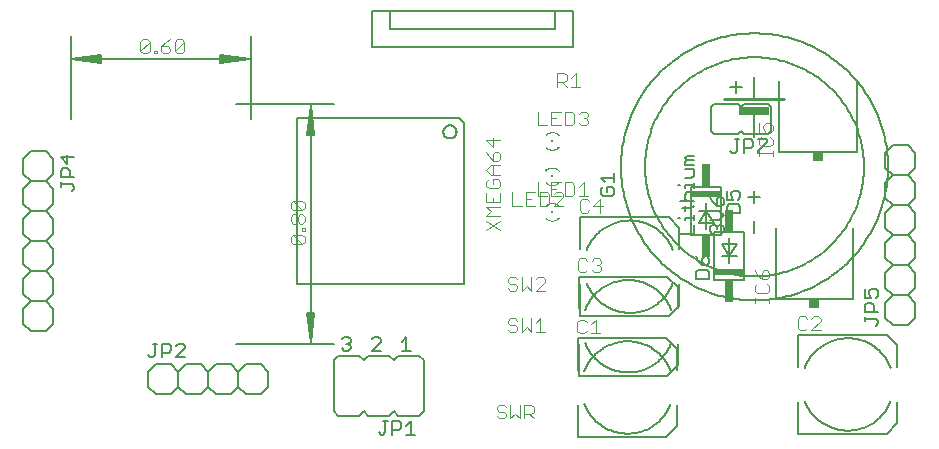
<source format=gtl>
G75*
%MOIN*%
%OFA0B0*%
%FSLAX25Y25*%
%IPPOS*%
%LPD*%
%AMOC8*
5,1,8,0,0,1.08239X$1,22.5*
%
%ADD10C,0.00600*%
%ADD11C,0.00500*%
%ADD12R,0.10000X0.02000*%
%ADD13R,0.03000X0.07500*%
%ADD14C,0.01000*%
%ADD15R,0.10000X0.02500*%
%ADD16C,0.00800*%
%ADD17C,0.00400*%
%ADD18R,0.03400X0.03000*%
%ADD19R,0.00787X0.00787*%
%ADD20R,0.00591X0.00984*%
%ADD21C,0.00512*%
D10*
X0127890Y0039860D02*
X0130390Y0037360D01*
X0135390Y0037360D01*
X0137890Y0039860D01*
X0137890Y0044860D01*
X0135390Y0047360D01*
X0130390Y0047360D01*
X0127890Y0044860D01*
X0127890Y0039860D01*
X0130390Y0047360D02*
X0127890Y0049860D01*
X0127890Y0054860D01*
X0130390Y0057360D01*
X0127890Y0059860D01*
X0127890Y0064860D01*
X0130390Y0067360D01*
X0127890Y0069860D01*
X0127890Y0074860D01*
X0130390Y0077360D01*
X0127890Y0079860D01*
X0127890Y0084860D01*
X0130390Y0087360D01*
X0127890Y0089860D01*
X0127890Y0094860D01*
X0130390Y0097360D01*
X0135390Y0097360D01*
X0137890Y0094860D01*
X0137890Y0089860D01*
X0135390Y0087360D01*
X0137890Y0084860D01*
X0137890Y0079860D01*
X0135390Y0077360D01*
X0130390Y0077360D01*
X0135390Y0077360D02*
X0137890Y0074860D01*
X0137890Y0069860D01*
X0135390Y0067360D01*
X0137890Y0064860D01*
X0137890Y0059860D01*
X0135390Y0057360D01*
X0137890Y0054860D01*
X0137890Y0049860D01*
X0135390Y0047360D01*
X0135390Y0057360D02*
X0130390Y0057360D01*
X0130390Y0067360D02*
X0135390Y0067360D01*
X0135390Y0087360D02*
X0130390Y0087360D01*
X0219272Y0108423D02*
X0272972Y0108423D01*
X0274673Y0106722D01*
X0274673Y0053021D01*
X0219272Y0053021D01*
X0219272Y0108423D01*
X0267922Y0103872D02*
X0267924Y0103965D01*
X0267930Y0104059D01*
X0267940Y0104151D01*
X0267954Y0104244D01*
X0267971Y0104335D01*
X0267993Y0104426D01*
X0268018Y0104516D01*
X0268048Y0104605D01*
X0268081Y0104692D01*
X0268117Y0104778D01*
X0268158Y0104862D01*
X0268201Y0104945D01*
X0268249Y0105025D01*
X0268299Y0105104D01*
X0268353Y0105180D01*
X0268410Y0105254D01*
X0268471Y0105325D01*
X0268534Y0105394D01*
X0268600Y0105460D01*
X0268669Y0105523D01*
X0268740Y0105584D01*
X0268814Y0105641D01*
X0268890Y0105695D01*
X0268969Y0105745D01*
X0269049Y0105793D01*
X0269132Y0105836D01*
X0269216Y0105877D01*
X0269302Y0105913D01*
X0269389Y0105946D01*
X0269478Y0105976D01*
X0269568Y0106001D01*
X0269659Y0106023D01*
X0269750Y0106040D01*
X0269843Y0106054D01*
X0269935Y0106064D01*
X0270029Y0106070D01*
X0270122Y0106072D01*
X0270215Y0106070D01*
X0270309Y0106064D01*
X0270401Y0106054D01*
X0270494Y0106040D01*
X0270585Y0106023D01*
X0270676Y0106001D01*
X0270766Y0105976D01*
X0270855Y0105946D01*
X0270942Y0105913D01*
X0271028Y0105877D01*
X0271112Y0105836D01*
X0271195Y0105793D01*
X0271275Y0105745D01*
X0271354Y0105695D01*
X0271430Y0105641D01*
X0271504Y0105584D01*
X0271575Y0105523D01*
X0271644Y0105460D01*
X0271710Y0105394D01*
X0271773Y0105325D01*
X0271834Y0105254D01*
X0271891Y0105180D01*
X0271945Y0105104D01*
X0271995Y0105025D01*
X0272043Y0104945D01*
X0272086Y0104862D01*
X0272127Y0104778D01*
X0272163Y0104692D01*
X0272196Y0104605D01*
X0272226Y0104516D01*
X0272251Y0104426D01*
X0272273Y0104335D01*
X0272290Y0104244D01*
X0272304Y0104151D01*
X0272314Y0104059D01*
X0272320Y0103965D01*
X0272322Y0103872D01*
X0272320Y0103779D01*
X0272314Y0103685D01*
X0272304Y0103593D01*
X0272290Y0103500D01*
X0272273Y0103409D01*
X0272251Y0103318D01*
X0272226Y0103228D01*
X0272196Y0103139D01*
X0272163Y0103052D01*
X0272127Y0102966D01*
X0272086Y0102882D01*
X0272043Y0102799D01*
X0271995Y0102719D01*
X0271945Y0102640D01*
X0271891Y0102564D01*
X0271834Y0102490D01*
X0271773Y0102419D01*
X0271710Y0102350D01*
X0271644Y0102284D01*
X0271575Y0102221D01*
X0271504Y0102160D01*
X0271430Y0102103D01*
X0271354Y0102049D01*
X0271275Y0101999D01*
X0271195Y0101951D01*
X0271112Y0101908D01*
X0271028Y0101867D01*
X0270942Y0101831D01*
X0270855Y0101798D01*
X0270766Y0101768D01*
X0270676Y0101743D01*
X0270585Y0101721D01*
X0270494Y0101704D01*
X0270401Y0101690D01*
X0270309Y0101680D01*
X0270215Y0101674D01*
X0270122Y0101672D01*
X0270029Y0101674D01*
X0269935Y0101680D01*
X0269843Y0101690D01*
X0269750Y0101704D01*
X0269659Y0101721D01*
X0269568Y0101743D01*
X0269478Y0101768D01*
X0269389Y0101798D01*
X0269302Y0101831D01*
X0269216Y0101867D01*
X0269132Y0101908D01*
X0269049Y0101951D01*
X0268969Y0101999D01*
X0268890Y0102049D01*
X0268814Y0102103D01*
X0268740Y0102160D01*
X0268669Y0102221D01*
X0268600Y0102284D01*
X0268534Y0102350D01*
X0268471Y0102419D01*
X0268410Y0102490D01*
X0268353Y0102564D01*
X0268299Y0102640D01*
X0268249Y0102719D01*
X0268201Y0102799D01*
X0268158Y0102882D01*
X0268117Y0102966D01*
X0268081Y0103052D01*
X0268048Y0103139D01*
X0268018Y0103228D01*
X0267993Y0103318D01*
X0267971Y0103409D01*
X0267954Y0103500D01*
X0267940Y0103593D01*
X0267930Y0103685D01*
X0267924Y0103779D01*
X0267922Y0103872D01*
X0350579Y0085619D02*
X0360579Y0085619D01*
X0360579Y0069619D01*
X0350579Y0069619D01*
X0350579Y0085619D01*
X0355579Y0080119D02*
X0355579Y0077619D01*
X0353079Y0077619D01*
X0355579Y0077619D02*
X0358079Y0077619D01*
X0355579Y0077619D02*
X0358079Y0073619D01*
X0353079Y0073619D01*
X0355579Y0077619D01*
X0355579Y0071619D01*
X0358272Y0070509D02*
X0358272Y0054509D01*
X0368272Y0054509D01*
X0368272Y0070509D01*
X0358272Y0070509D01*
X0363272Y0068509D02*
X0363272Y0062509D01*
X0365772Y0062509D01*
X0363272Y0062509D02*
X0363272Y0060009D01*
X0363272Y0062509D02*
X0360772Y0062509D01*
X0363272Y0062509D02*
X0360772Y0066509D01*
X0365772Y0066509D01*
X0363272Y0062509D01*
X0371630Y0070202D02*
X0371630Y0074202D01*
X0371630Y0080202D02*
X0371630Y0084202D01*
X0373630Y0082202D02*
X0369630Y0082202D01*
X0335130Y0092202D02*
X0335141Y0093098D01*
X0335174Y0093993D01*
X0335229Y0094887D01*
X0335306Y0095780D01*
X0335404Y0096670D01*
X0335525Y0097558D01*
X0335667Y0098442D01*
X0335831Y0099323D01*
X0336017Y0100199D01*
X0336224Y0101071D01*
X0336452Y0101937D01*
X0336702Y0102797D01*
X0336972Y0103651D01*
X0337264Y0104498D01*
X0337576Y0105338D01*
X0337908Y0106170D01*
X0338261Y0106993D01*
X0338634Y0107808D01*
X0339027Y0108613D01*
X0339440Y0109408D01*
X0339872Y0110193D01*
X0340323Y0110967D01*
X0340793Y0111729D01*
X0341281Y0112480D01*
X0341788Y0113219D01*
X0342313Y0113945D01*
X0342855Y0114658D01*
X0343415Y0115357D01*
X0343992Y0116043D01*
X0344585Y0116714D01*
X0345195Y0117370D01*
X0345821Y0118011D01*
X0346462Y0118637D01*
X0347118Y0119247D01*
X0347789Y0119840D01*
X0348475Y0120417D01*
X0349174Y0120977D01*
X0349887Y0121519D01*
X0350613Y0122044D01*
X0351352Y0122551D01*
X0352103Y0123039D01*
X0352865Y0123509D01*
X0353639Y0123960D01*
X0354424Y0124392D01*
X0355219Y0124805D01*
X0356024Y0125198D01*
X0356839Y0125571D01*
X0357662Y0125924D01*
X0358494Y0126256D01*
X0359334Y0126568D01*
X0360181Y0126860D01*
X0361035Y0127130D01*
X0361895Y0127380D01*
X0362761Y0127608D01*
X0363633Y0127815D01*
X0364509Y0128001D01*
X0365390Y0128165D01*
X0366274Y0128307D01*
X0367162Y0128428D01*
X0368052Y0128526D01*
X0368945Y0128603D01*
X0369839Y0128658D01*
X0370734Y0128691D01*
X0371630Y0128702D01*
X0372526Y0128691D01*
X0373421Y0128658D01*
X0374315Y0128603D01*
X0375208Y0128526D01*
X0376098Y0128428D01*
X0376986Y0128307D01*
X0377870Y0128165D01*
X0378751Y0128001D01*
X0379627Y0127815D01*
X0380499Y0127608D01*
X0381365Y0127380D01*
X0382225Y0127130D01*
X0383079Y0126860D01*
X0383926Y0126568D01*
X0384766Y0126256D01*
X0385598Y0125924D01*
X0386421Y0125571D01*
X0387236Y0125198D01*
X0388041Y0124805D01*
X0388836Y0124392D01*
X0389621Y0123960D01*
X0390395Y0123509D01*
X0391157Y0123039D01*
X0391908Y0122551D01*
X0392647Y0122044D01*
X0393373Y0121519D01*
X0394086Y0120977D01*
X0394785Y0120417D01*
X0395471Y0119840D01*
X0396142Y0119247D01*
X0396798Y0118637D01*
X0397439Y0118011D01*
X0398065Y0117370D01*
X0398675Y0116714D01*
X0399268Y0116043D01*
X0399845Y0115357D01*
X0400405Y0114658D01*
X0400947Y0113945D01*
X0401472Y0113219D01*
X0401979Y0112480D01*
X0402467Y0111729D01*
X0402937Y0110967D01*
X0403388Y0110193D01*
X0403820Y0109408D01*
X0404233Y0108613D01*
X0404626Y0107808D01*
X0404999Y0106993D01*
X0405352Y0106170D01*
X0405684Y0105338D01*
X0405996Y0104498D01*
X0406288Y0103651D01*
X0406558Y0102797D01*
X0406808Y0101937D01*
X0407036Y0101071D01*
X0407243Y0100199D01*
X0407429Y0099323D01*
X0407593Y0098442D01*
X0407735Y0097558D01*
X0407856Y0096670D01*
X0407954Y0095780D01*
X0408031Y0094887D01*
X0408086Y0093993D01*
X0408119Y0093098D01*
X0408130Y0092202D01*
X0408119Y0091306D01*
X0408086Y0090411D01*
X0408031Y0089517D01*
X0407954Y0088624D01*
X0407856Y0087734D01*
X0407735Y0086846D01*
X0407593Y0085962D01*
X0407429Y0085081D01*
X0407243Y0084205D01*
X0407036Y0083333D01*
X0406808Y0082467D01*
X0406558Y0081607D01*
X0406288Y0080753D01*
X0405996Y0079906D01*
X0405684Y0079066D01*
X0405352Y0078234D01*
X0404999Y0077411D01*
X0404626Y0076596D01*
X0404233Y0075791D01*
X0403820Y0074996D01*
X0403388Y0074211D01*
X0402937Y0073437D01*
X0402467Y0072675D01*
X0401979Y0071924D01*
X0401472Y0071185D01*
X0400947Y0070459D01*
X0400405Y0069746D01*
X0399845Y0069047D01*
X0399268Y0068361D01*
X0398675Y0067690D01*
X0398065Y0067034D01*
X0397439Y0066393D01*
X0396798Y0065767D01*
X0396142Y0065157D01*
X0395471Y0064564D01*
X0394785Y0063987D01*
X0394086Y0063427D01*
X0393373Y0062885D01*
X0392647Y0062360D01*
X0391908Y0061853D01*
X0391157Y0061365D01*
X0390395Y0060895D01*
X0389621Y0060444D01*
X0388836Y0060012D01*
X0388041Y0059599D01*
X0387236Y0059206D01*
X0386421Y0058833D01*
X0385598Y0058480D01*
X0384766Y0058148D01*
X0383926Y0057836D01*
X0383079Y0057544D01*
X0382225Y0057274D01*
X0381365Y0057024D01*
X0380499Y0056796D01*
X0379627Y0056589D01*
X0378751Y0056403D01*
X0377870Y0056239D01*
X0376986Y0056097D01*
X0376098Y0055976D01*
X0375208Y0055878D01*
X0374315Y0055801D01*
X0373421Y0055746D01*
X0372526Y0055713D01*
X0371630Y0055702D01*
X0370734Y0055713D01*
X0369839Y0055746D01*
X0368945Y0055801D01*
X0368052Y0055878D01*
X0367162Y0055976D01*
X0366274Y0056097D01*
X0365390Y0056239D01*
X0364509Y0056403D01*
X0363633Y0056589D01*
X0362761Y0056796D01*
X0361895Y0057024D01*
X0361035Y0057274D01*
X0360181Y0057544D01*
X0359334Y0057836D01*
X0358494Y0058148D01*
X0357662Y0058480D01*
X0356839Y0058833D01*
X0356024Y0059206D01*
X0355219Y0059599D01*
X0354424Y0060012D01*
X0353639Y0060444D01*
X0352865Y0060895D01*
X0352103Y0061365D01*
X0351352Y0061853D01*
X0350613Y0062360D01*
X0349887Y0062885D01*
X0349174Y0063427D01*
X0348475Y0063987D01*
X0347789Y0064564D01*
X0347118Y0065157D01*
X0346462Y0065767D01*
X0345821Y0066393D01*
X0345195Y0067034D01*
X0344585Y0067690D01*
X0343992Y0068361D01*
X0343415Y0069047D01*
X0342855Y0069746D01*
X0342313Y0070459D01*
X0341788Y0071185D01*
X0341281Y0071924D01*
X0340793Y0072675D01*
X0340323Y0073437D01*
X0339872Y0074211D01*
X0339440Y0074996D01*
X0339027Y0075791D01*
X0338634Y0076596D01*
X0338261Y0077411D01*
X0337908Y0078234D01*
X0337576Y0079066D01*
X0337264Y0079906D01*
X0336972Y0080753D01*
X0336702Y0081607D01*
X0336452Y0082467D01*
X0336224Y0083333D01*
X0336017Y0084205D01*
X0335831Y0085081D01*
X0335667Y0085962D01*
X0335525Y0086846D01*
X0335404Y0087734D01*
X0335306Y0088624D01*
X0335229Y0089517D01*
X0335174Y0090411D01*
X0335141Y0091306D01*
X0335130Y0092202D01*
X0357047Y0104135D02*
X0358047Y0103135D01*
X0366047Y0103135D01*
X0367047Y0104135D01*
X0368047Y0103135D01*
X0376047Y0103135D01*
X0377047Y0104135D01*
X0377047Y0112135D01*
X0376047Y0113135D01*
X0368047Y0113135D01*
X0367047Y0112135D01*
X0366047Y0113135D01*
X0358047Y0113135D01*
X0357047Y0112135D01*
X0357047Y0104135D01*
X0371630Y0102202D02*
X0371630Y0109702D01*
X0371630Y0114702D02*
X0371630Y0122202D01*
X0365630Y0120702D02*
X0365630Y0116702D01*
X0363630Y0118702D02*
X0367630Y0118702D01*
X0415291Y0096828D02*
X0417791Y0099328D01*
X0422791Y0099328D01*
X0425291Y0096828D01*
X0425291Y0091828D01*
X0422791Y0089328D01*
X0425291Y0086828D01*
X0425291Y0081828D01*
X0422791Y0079328D01*
X0425291Y0076828D01*
X0425291Y0071828D01*
X0422791Y0069328D01*
X0425291Y0066828D01*
X0425291Y0061828D01*
X0422791Y0059328D01*
X0425291Y0056828D01*
X0425291Y0051828D01*
X0422791Y0049328D01*
X0425291Y0046828D01*
X0425291Y0041828D01*
X0422791Y0039328D01*
X0417791Y0039328D01*
X0415291Y0041828D01*
X0415291Y0046828D01*
X0417791Y0049328D01*
X0415291Y0051828D01*
X0415291Y0056828D01*
X0417791Y0059328D01*
X0422791Y0059328D01*
X0417791Y0059328D02*
X0415291Y0061828D01*
X0415291Y0066828D01*
X0417791Y0069328D01*
X0415291Y0071828D01*
X0415291Y0076828D01*
X0417791Y0079328D01*
X0415291Y0081828D01*
X0415291Y0086828D01*
X0417791Y0089328D01*
X0415291Y0091828D01*
X0415291Y0096828D01*
X0417791Y0089328D02*
X0422791Y0089328D01*
X0422791Y0079328D02*
X0417791Y0079328D01*
X0417791Y0069328D02*
X0422791Y0069328D01*
X0422791Y0049328D02*
X0417791Y0049328D01*
X0327130Y0092202D02*
X0327143Y0093294D01*
X0327184Y0094386D01*
X0327251Y0095476D01*
X0327344Y0096564D01*
X0327465Y0097649D01*
X0327612Y0098732D01*
X0327785Y0099810D01*
X0327985Y0100884D01*
X0328211Y0101952D01*
X0328464Y0103015D01*
X0328742Y0104071D01*
X0329046Y0105120D01*
X0329376Y0106161D01*
X0329731Y0107194D01*
X0330112Y0108217D01*
X0330517Y0109231D01*
X0330948Y0110235D01*
X0331402Y0111228D01*
X0331882Y0112210D01*
X0332385Y0113179D01*
X0332911Y0114136D01*
X0333461Y0115080D01*
X0334034Y0116009D01*
X0334630Y0116925D01*
X0335247Y0117825D01*
X0335887Y0118711D01*
X0336549Y0119580D01*
X0337231Y0120433D01*
X0337934Y0121268D01*
X0338658Y0122086D01*
X0339401Y0122887D01*
X0340164Y0123668D01*
X0340945Y0124431D01*
X0341746Y0125174D01*
X0342564Y0125898D01*
X0343399Y0126601D01*
X0344252Y0127283D01*
X0345121Y0127945D01*
X0346007Y0128585D01*
X0346907Y0129202D01*
X0347823Y0129798D01*
X0348752Y0130371D01*
X0349696Y0130921D01*
X0350653Y0131447D01*
X0351622Y0131950D01*
X0352604Y0132430D01*
X0353597Y0132884D01*
X0354601Y0133315D01*
X0355615Y0133720D01*
X0356638Y0134101D01*
X0357671Y0134456D01*
X0358712Y0134786D01*
X0359761Y0135090D01*
X0360817Y0135368D01*
X0361880Y0135621D01*
X0362948Y0135847D01*
X0364022Y0136047D01*
X0365100Y0136220D01*
X0366183Y0136367D01*
X0367268Y0136488D01*
X0368356Y0136581D01*
X0369446Y0136648D01*
X0370538Y0136689D01*
X0371630Y0136702D01*
X0372722Y0136689D01*
X0373814Y0136648D01*
X0374904Y0136581D01*
X0375992Y0136488D01*
X0377077Y0136367D01*
X0378160Y0136220D01*
X0379238Y0136047D01*
X0380312Y0135847D01*
X0381380Y0135621D01*
X0382443Y0135368D01*
X0383499Y0135090D01*
X0384548Y0134786D01*
X0385589Y0134456D01*
X0386622Y0134101D01*
X0387645Y0133720D01*
X0388659Y0133315D01*
X0389663Y0132884D01*
X0390656Y0132430D01*
X0391638Y0131950D01*
X0392607Y0131447D01*
X0393564Y0130921D01*
X0394508Y0130371D01*
X0395437Y0129798D01*
X0396353Y0129202D01*
X0397253Y0128585D01*
X0398139Y0127945D01*
X0399008Y0127283D01*
X0399861Y0126601D01*
X0400696Y0125898D01*
X0401514Y0125174D01*
X0402315Y0124431D01*
X0403096Y0123668D01*
X0403859Y0122887D01*
X0404602Y0122086D01*
X0405326Y0121268D01*
X0406029Y0120433D01*
X0406711Y0119580D01*
X0407373Y0118711D01*
X0408013Y0117825D01*
X0408630Y0116925D01*
X0409226Y0116009D01*
X0409799Y0115080D01*
X0410349Y0114136D01*
X0410875Y0113179D01*
X0411378Y0112210D01*
X0411858Y0111228D01*
X0412312Y0110235D01*
X0412743Y0109231D01*
X0413148Y0108217D01*
X0413529Y0107194D01*
X0413884Y0106161D01*
X0414214Y0105120D01*
X0414518Y0104071D01*
X0414796Y0103015D01*
X0415049Y0101952D01*
X0415275Y0100884D01*
X0415475Y0099810D01*
X0415648Y0098732D01*
X0415795Y0097649D01*
X0415916Y0096564D01*
X0416009Y0095476D01*
X0416076Y0094386D01*
X0416117Y0093294D01*
X0416130Y0092202D01*
X0416117Y0091110D01*
X0416076Y0090018D01*
X0416009Y0088928D01*
X0415916Y0087840D01*
X0415795Y0086755D01*
X0415648Y0085672D01*
X0415475Y0084594D01*
X0415275Y0083520D01*
X0415049Y0082452D01*
X0414796Y0081389D01*
X0414518Y0080333D01*
X0414214Y0079284D01*
X0413884Y0078243D01*
X0413529Y0077210D01*
X0413148Y0076187D01*
X0412743Y0075173D01*
X0412312Y0074169D01*
X0411858Y0073176D01*
X0411378Y0072194D01*
X0410875Y0071225D01*
X0410349Y0070268D01*
X0409799Y0069324D01*
X0409226Y0068395D01*
X0408630Y0067479D01*
X0408013Y0066579D01*
X0407373Y0065693D01*
X0406711Y0064824D01*
X0406029Y0063971D01*
X0405326Y0063136D01*
X0404602Y0062318D01*
X0403859Y0061517D01*
X0403096Y0060736D01*
X0402315Y0059973D01*
X0401514Y0059230D01*
X0400696Y0058506D01*
X0399861Y0057803D01*
X0399008Y0057121D01*
X0398139Y0056459D01*
X0397253Y0055819D01*
X0396353Y0055202D01*
X0395437Y0054606D01*
X0394508Y0054033D01*
X0393564Y0053483D01*
X0392607Y0052957D01*
X0391638Y0052454D01*
X0390656Y0051974D01*
X0389663Y0051520D01*
X0388659Y0051089D01*
X0387645Y0050684D01*
X0386622Y0050303D01*
X0385589Y0049948D01*
X0384548Y0049618D01*
X0383499Y0049314D01*
X0382443Y0049036D01*
X0381380Y0048783D01*
X0380312Y0048557D01*
X0379238Y0048357D01*
X0378160Y0048184D01*
X0377077Y0048037D01*
X0375992Y0047916D01*
X0374904Y0047823D01*
X0373814Y0047756D01*
X0372722Y0047715D01*
X0371630Y0047702D01*
X0370538Y0047715D01*
X0369446Y0047756D01*
X0368356Y0047823D01*
X0367268Y0047916D01*
X0366183Y0048037D01*
X0365100Y0048184D01*
X0364022Y0048357D01*
X0362948Y0048557D01*
X0361880Y0048783D01*
X0360817Y0049036D01*
X0359761Y0049314D01*
X0358712Y0049618D01*
X0357671Y0049948D01*
X0356638Y0050303D01*
X0355615Y0050684D01*
X0354601Y0051089D01*
X0353597Y0051520D01*
X0352604Y0051974D01*
X0351622Y0052454D01*
X0350653Y0052957D01*
X0349696Y0053483D01*
X0348752Y0054033D01*
X0347823Y0054606D01*
X0346907Y0055202D01*
X0346007Y0055819D01*
X0345121Y0056459D01*
X0344252Y0057121D01*
X0343399Y0057803D01*
X0342564Y0058506D01*
X0341746Y0059230D01*
X0340945Y0059973D01*
X0340164Y0060736D01*
X0339401Y0061517D01*
X0338658Y0062318D01*
X0337934Y0063136D01*
X0337231Y0063971D01*
X0336549Y0064824D01*
X0335887Y0065693D01*
X0335247Y0066579D01*
X0334630Y0067479D01*
X0334034Y0068395D01*
X0333461Y0069324D01*
X0332911Y0070268D01*
X0332385Y0071225D01*
X0331882Y0072194D01*
X0331402Y0073176D01*
X0330948Y0074169D01*
X0330517Y0075173D01*
X0330112Y0076187D01*
X0329731Y0077210D01*
X0329376Y0078243D01*
X0329046Y0079284D01*
X0328742Y0080333D01*
X0328464Y0081389D01*
X0328211Y0082452D01*
X0327985Y0083520D01*
X0327785Y0084594D01*
X0327612Y0085672D01*
X0327465Y0086755D01*
X0327344Y0087840D01*
X0327251Y0088928D01*
X0327184Y0090018D01*
X0327143Y0091110D01*
X0327130Y0092202D01*
X0261394Y0027667D02*
X0259894Y0029167D01*
X0252894Y0029167D01*
X0251394Y0027667D01*
X0249894Y0029167D01*
X0242894Y0029167D01*
X0241394Y0027667D01*
X0239894Y0029167D01*
X0232894Y0029167D01*
X0231394Y0027667D01*
X0231394Y0010667D01*
X0232894Y0009167D01*
X0239894Y0009167D01*
X0241394Y0010667D01*
X0242894Y0009167D01*
X0249894Y0009167D01*
X0251394Y0010667D01*
X0252894Y0009167D01*
X0259894Y0009167D01*
X0261394Y0010667D01*
X0261394Y0027667D01*
X0209583Y0023836D02*
X0209583Y0018836D01*
X0207083Y0016336D01*
X0202083Y0016336D01*
X0199583Y0018836D01*
X0197083Y0016336D01*
X0192083Y0016336D01*
X0189583Y0018836D01*
X0187083Y0016336D01*
X0182083Y0016336D01*
X0179583Y0018836D01*
X0177083Y0016336D01*
X0172083Y0016336D01*
X0169583Y0018836D01*
X0169583Y0023836D01*
X0172083Y0026336D01*
X0177083Y0026336D01*
X0179583Y0023836D01*
X0182083Y0026336D01*
X0187083Y0026336D01*
X0189583Y0023836D01*
X0189583Y0018836D01*
X0199583Y0018836D02*
X0199583Y0023836D01*
X0202083Y0026336D01*
X0207083Y0026336D01*
X0209583Y0023836D01*
X0199583Y0023836D02*
X0197083Y0026336D01*
X0192083Y0026336D01*
X0189583Y0023836D01*
X0179583Y0023836D02*
X0179583Y0018836D01*
D11*
X0178741Y0028786D02*
X0181743Y0031789D01*
X0181743Y0032539D01*
X0180992Y0033290D01*
X0179491Y0033290D01*
X0178741Y0032539D01*
X0177139Y0032539D02*
X0177139Y0031038D01*
X0176389Y0030287D01*
X0174137Y0030287D01*
X0174137Y0028786D02*
X0174137Y0033290D01*
X0176389Y0033290D01*
X0177139Y0032539D01*
X0172535Y0033290D02*
X0171034Y0033290D01*
X0171785Y0033290D02*
X0171785Y0029537D01*
X0171034Y0028786D01*
X0170283Y0028786D01*
X0169533Y0029537D01*
X0178741Y0028786D02*
X0181743Y0028786D01*
X0234040Y0031667D02*
X0234790Y0030917D01*
X0236292Y0030917D01*
X0237042Y0031667D01*
X0237042Y0032418D01*
X0236292Y0033169D01*
X0235541Y0033169D01*
X0236292Y0033169D02*
X0237042Y0033919D01*
X0237042Y0034670D01*
X0236292Y0035420D01*
X0234790Y0035420D01*
X0234040Y0034670D01*
X0244040Y0034670D02*
X0244790Y0035420D01*
X0246292Y0035420D01*
X0247042Y0034670D01*
X0247042Y0033919D01*
X0244040Y0030917D01*
X0247042Y0030917D01*
X0254040Y0030917D02*
X0257042Y0030917D01*
X0255541Y0030917D02*
X0255541Y0035420D01*
X0254040Y0033919D01*
X0253188Y0007420D02*
X0253938Y0006670D01*
X0253938Y0005169D01*
X0253188Y0004418D01*
X0250936Y0004418D01*
X0250936Y0002917D02*
X0250936Y0007420D01*
X0253188Y0007420D01*
X0255540Y0005919D02*
X0257041Y0007420D01*
X0257041Y0002917D01*
X0255540Y0002917D02*
X0258542Y0002917D01*
X0248584Y0003667D02*
X0247833Y0002917D01*
X0247083Y0002917D01*
X0246332Y0003667D01*
X0248584Y0003667D02*
X0248584Y0007420D01*
X0249334Y0007420D02*
X0247833Y0007420D01*
X0352018Y0054759D02*
X0352018Y0057011D01*
X0352768Y0057762D01*
X0355771Y0057762D01*
X0356522Y0057011D01*
X0356522Y0054759D01*
X0352018Y0054759D01*
X0354270Y0059363D02*
X0352768Y0060864D01*
X0352018Y0062366D01*
X0354270Y0061615D02*
X0354270Y0059363D01*
X0355771Y0059363D01*
X0356522Y0060114D01*
X0356522Y0061615D01*
X0355771Y0062366D01*
X0355020Y0062366D01*
X0354270Y0061615D01*
X0351380Y0069952D02*
X0346876Y0069952D01*
X0351380Y0069952D02*
X0351380Y0072955D01*
X0351380Y0074556D02*
X0351380Y0076057D01*
X0351380Y0075307D02*
X0348377Y0075307D01*
X0348377Y0074556D01*
X0346876Y0075307D02*
X0346125Y0075307D01*
X0348377Y0077625D02*
X0348377Y0079127D01*
X0347627Y0078376D02*
X0350629Y0078376D01*
X0351380Y0079127D01*
X0351380Y0080695D02*
X0346876Y0080695D01*
X0348377Y0081445D02*
X0348377Y0082946D01*
X0349128Y0083697D01*
X0351380Y0083697D01*
X0351380Y0085298D02*
X0351380Y0086800D01*
X0351380Y0086049D02*
X0348377Y0086049D01*
X0348377Y0085298D01*
X0346876Y0086049D02*
X0346125Y0086049D01*
X0348377Y0088368D02*
X0350629Y0088368D01*
X0351380Y0089118D01*
X0351380Y0091370D01*
X0348377Y0091370D01*
X0348377Y0092972D02*
X0348377Y0093722D01*
X0349128Y0094473D01*
X0348377Y0095224D01*
X0349128Y0095974D01*
X0351380Y0095974D01*
X0351380Y0094473D02*
X0349128Y0094473D01*
X0348377Y0092972D02*
X0351380Y0092972D01*
X0363485Y0097636D02*
X0364236Y0096885D01*
X0364987Y0096885D01*
X0365737Y0097636D01*
X0365737Y0101389D01*
X0364987Y0101389D02*
X0366488Y0101389D01*
X0368089Y0101389D02*
X0370341Y0101389D01*
X0371092Y0100638D01*
X0371092Y0099137D01*
X0370341Y0098386D01*
X0368089Y0098386D01*
X0368089Y0096885D02*
X0368089Y0101389D01*
X0372693Y0101389D02*
X0375696Y0101389D01*
X0375696Y0100638D01*
X0372693Y0097636D01*
X0372693Y0096885D01*
X0366078Y0084268D02*
X0364577Y0084268D01*
X0363826Y0083517D01*
X0363826Y0082767D01*
X0364577Y0081265D01*
X0362325Y0081265D01*
X0362325Y0084268D01*
X0366078Y0084268D02*
X0366829Y0083517D01*
X0366829Y0082016D01*
X0366078Y0081265D01*
X0366078Y0079664D02*
X0363076Y0079664D01*
X0362325Y0078913D01*
X0362325Y0076662D01*
X0366829Y0076662D01*
X0366829Y0078913D01*
X0366078Y0079664D01*
X0361380Y0079911D02*
X0361380Y0081412D01*
X0360629Y0082163D01*
X0359879Y0082163D01*
X0359128Y0081412D01*
X0359128Y0079160D01*
X0360629Y0079160D01*
X0361380Y0079911D01*
X0359128Y0079160D02*
X0357627Y0080661D01*
X0356876Y0082163D01*
X0349128Y0080695D02*
X0348377Y0081445D01*
X0356876Y0077559D02*
X0359879Y0077559D01*
X0361380Y0076057D01*
X0359879Y0074556D01*
X0356876Y0074556D01*
X0357627Y0072955D02*
X0358377Y0072955D01*
X0359128Y0072204D01*
X0359879Y0072955D01*
X0360629Y0072955D01*
X0361380Y0072204D01*
X0361380Y0070703D01*
X0360629Y0069952D01*
X0359128Y0071453D02*
X0359128Y0072204D01*
X0357627Y0072955D02*
X0356876Y0072204D01*
X0356876Y0070703D01*
X0357627Y0069952D01*
X0324880Y0083203D02*
X0324880Y0084704D01*
X0324129Y0085455D01*
X0322628Y0085455D01*
X0322628Y0083953D01*
X0324129Y0082452D02*
X0324880Y0083203D01*
X0324129Y0082452D02*
X0321127Y0082452D01*
X0320376Y0083203D01*
X0320376Y0084704D01*
X0321127Y0085455D01*
X0321877Y0087056D02*
X0320376Y0088557D01*
X0324880Y0088557D01*
X0324880Y0087056D02*
X0324880Y0090059D01*
X0408337Y0051488D02*
X0408337Y0048486D01*
X0410589Y0048486D01*
X0409839Y0049987D01*
X0409839Y0050738D01*
X0410589Y0051488D01*
X0412091Y0051488D01*
X0412841Y0050738D01*
X0412841Y0049237D01*
X0412091Y0048486D01*
X0410589Y0046885D02*
X0409088Y0046885D01*
X0408337Y0046134D01*
X0408337Y0043882D01*
X0412841Y0043882D01*
X0411340Y0043882D02*
X0411340Y0046134D01*
X0410589Y0046885D01*
X0408337Y0042281D02*
X0408337Y0040779D01*
X0408337Y0041530D02*
X0412091Y0041530D01*
X0412841Y0040779D01*
X0412841Y0040029D01*
X0412091Y0039278D01*
X0144840Y0084848D02*
X0144840Y0085599D01*
X0144089Y0086350D01*
X0140336Y0086350D01*
X0140336Y0087100D02*
X0140336Y0085599D01*
X0144089Y0084098D02*
X0144840Y0084848D01*
X0144840Y0088702D02*
X0140336Y0088702D01*
X0140336Y0090954D01*
X0141087Y0091704D01*
X0142588Y0091704D01*
X0143338Y0090954D01*
X0143338Y0088702D01*
X0142588Y0093306D02*
X0142588Y0096308D01*
X0144840Y0095558D02*
X0140336Y0095558D01*
X0142588Y0093306D01*
X0244189Y0132320D02*
X0244189Y0144131D01*
X0250094Y0144131D01*
X0250094Y0138226D01*
X0305213Y0138226D01*
X0305213Y0144131D01*
X0250094Y0144131D01*
X0244189Y0132320D02*
X0311118Y0132320D01*
X0311118Y0144131D01*
X0305213Y0144131D01*
D12*
X0355579Y0083119D03*
X0363272Y0057009D03*
D13*
X0363272Y0050759D03*
X0355579Y0065869D03*
X0363272Y0074259D03*
X0355579Y0089369D03*
D14*
X0361630Y0114702D02*
X0371630Y0114702D01*
X0381630Y0114702D01*
D15*
X0371630Y0110952D03*
D16*
X0379962Y0120838D02*
X0379961Y0097238D01*
X0405764Y0097238D01*
X0405762Y0120838D01*
X0346591Y0071927D02*
X0343047Y0075470D01*
X0313520Y0075470D01*
X0313520Y0064840D01*
X0315685Y0064446D02*
X0315823Y0064794D01*
X0315970Y0065138D01*
X0316125Y0065479D01*
X0316288Y0065816D01*
X0316460Y0066149D01*
X0316640Y0066478D01*
X0316827Y0066802D01*
X0317022Y0067122D01*
X0317226Y0067436D01*
X0317436Y0067746D01*
X0317654Y0068050D01*
X0317880Y0068349D01*
X0318113Y0068643D01*
X0318352Y0068931D01*
X0318599Y0069212D01*
X0318853Y0069488D01*
X0319113Y0069757D01*
X0319379Y0070021D01*
X0319652Y0070277D01*
X0319931Y0070527D01*
X0320216Y0070770D01*
X0320507Y0071006D01*
X0320804Y0071234D01*
X0321106Y0071456D01*
X0321413Y0071670D01*
X0321726Y0071876D01*
X0322043Y0072075D01*
X0322365Y0072266D01*
X0322692Y0072449D01*
X0323023Y0072625D01*
X0323358Y0072792D01*
X0323697Y0072950D01*
X0324040Y0073101D01*
X0324387Y0073243D01*
X0324736Y0073377D01*
X0325089Y0073502D01*
X0325445Y0073618D01*
X0325804Y0073726D01*
X0326165Y0073825D01*
X0326529Y0073916D01*
X0326894Y0073997D01*
X0327262Y0074069D01*
X0327631Y0074133D01*
X0328001Y0074187D01*
X0328373Y0074233D01*
X0328746Y0074269D01*
X0329119Y0074297D01*
X0329493Y0074315D01*
X0329868Y0074324D01*
X0330242Y0074324D01*
X0330617Y0074315D01*
X0330991Y0074297D01*
X0331364Y0074269D01*
X0331737Y0074233D01*
X0332109Y0074187D01*
X0332479Y0074133D01*
X0332848Y0074069D01*
X0333216Y0073997D01*
X0333581Y0073916D01*
X0333945Y0073825D01*
X0334306Y0073726D01*
X0334665Y0073618D01*
X0335021Y0073502D01*
X0335374Y0073377D01*
X0335723Y0073243D01*
X0336070Y0073101D01*
X0336413Y0072950D01*
X0336752Y0072792D01*
X0337087Y0072625D01*
X0337418Y0072449D01*
X0337745Y0072266D01*
X0338067Y0072075D01*
X0338384Y0071876D01*
X0338697Y0071670D01*
X0339004Y0071456D01*
X0339306Y0071234D01*
X0339603Y0071006D01*
X0339894Y0070770D01*
X0340179Y0070527D01*
X0340458Y0070277D01*
X0340731Y0070021D01*
X0340997Y0069757D01*
X0341257Y0069488D01*
X0341511Y0069212D01*
X0341758Y0068931D01*
X0341997Y0068643D01*
X0342230Y0068349D01*
X0342456Y0068050D01*
X0342674Y0067746D01*
X0342884Y0067436D01*
X0343088Y0067122D01*
X0343283Y0066802D01*
X0343470Y0066478D01*
X0343650Y0066149D01*
X0343822Y0065816D01*
X0343985Y0065479D01*
X0344140Y0065138D01*
X0344287Y0064794D01*
X0344425Y0064446D01*
X0346591Y0064840D02*
X0346591Y0071927D01*
X0378722Y0071885D02*
X0378720Y0048285D01*
X0404524Y0048285D01*
X0404522Y0071885D01*
X0346591Y0053029D02*
X0346591Y0045942D01*
X0343047Y0042399D01*
X0313520Y0042399D01*
X0313520Y0053029D01*
X0313008Y0055627D02*
X0342535Y0055627D01*
X0346079Y0052084D01*
X0346079Y0044997D01*
X0343913Y0044604D02*
X0343775Y0044952D01*
X0343628Y0045296D01*
X0343473Y0045637D01*
X0343310Y0045974D01*
X0343138Y0046307D01*
X0342958Y0046636D01*
X0342771Y0046960D01*
X0342576Y0047280D01*
X0342372Y0047594D01*
X0342162Y0047904D01*
X0341944Y0048208D01*
X0341718Y0048507D01*
X0341485Y0048801D01*
X0341246Y0049089D01*
X0340999Y0049370D01*
X0340745Y0049646D01*
X0340485Y0049915D01*
X0340219Y0050179D01*
X0339946Y0050435D01*
X0339667Y0050685D01*
X0339382Y0050928D01*
X0339091Y0051164D01*
X0338794Y0051392D01*
X0338492Y0051614D01*
X0338185Y0051828D01*
X0337872Y0052034D01*
X0337555Y0052233D01*
X0337233Y0052424D01*
X0336906Y0052607D01*
X0336575Y0052783D01*
X0336240Y0052950D01*
X0335901Y0053108D01*
X0335558Y0053259D01*
X0335211Y0053401D01*
X0334862Y0053535D01*
X0334509Y0053660D01*
X0334153Y0053776D01*
X0333794Y0053884D01*
X0333433Y0053983D01*
X0333069Y0054074D01*
X0332704Y0054155D01*
X0332336Y0054227D01*
X0331967Y0054291D01*
X0331597Y0054345D01*
X0331225Y0054391D01*
X0330852Y0054427D01*
X0330479Y0054455D01*
X0330105Y0054473D01*
X0329730Y0054482D01*
X0329356Y0054482D01*
X0328981Y0054473D01*
X0328607Y0054455D01*
X0328234Y0054427D01*
X0327861Y0054391D01*
X0327489Y0054345D01*
X0327119Y0054291D01*
X0326750Y0054227D01*
X0326382Y0054155D01*
X0326017Y0054074D01*
X0325653Y0053983D01*
X0325292Y0053884D01*
X0324933Y0053776D01*
X0324577Y0053660D01*
X0324224Y0053535D01*
X0323875Y0053401D01*
X0323528Y0053259D01*
X0323185Y0053108D01*
X0322846Y0052950D01*
X0322511Y0052783D01*
X0322180Y0052607D01*
X0321853Y0052424D01*
X0321531Y0052233D01*
X0321214Y0052034D01*
X0320901Y0051828D01*
X0320594Y0051614D01*
X0320292Y0051392D01*
X0319995Y0051164D01*
X0319704Y0050928D01*
X0319419Y0050685D01*
X0319140Y0050435D01*
X0318867Y0050179D01*
X0318601Y0049915D01*
X0318341Y0049646D01*
X0318087Y0049370D01*
X0317840Y0049089D01*
X0317601Y0048801D01*
X0317368Y0048507D01*
X0317142Y0048208D01*
X0316924Y0047904D01*
X0316714Y0047594D01*
X0316510Y0047280D01*
X0316315Y0046960D01*
X0316128Y0046636D01*
X0315948Y0046307D01*
X0315776Y0045974D01*
X0315613Y0045637D01*
X0315458Y0045296D01*
X0315311Y0044952D01*
X0315173Y0044604D01*
X0313008Y0044997D02*
X0313008Y0055627D01*
X0315685Y0053422D02*
X0315823Y0053074D01*
X0315970Y0052730D01*
X0316125Y0052389D01*
X0316288Y0052052D01*
X0316460Y0051719D01*
X0316640Y0051390D01*
X0316827Y0051066D01*
X0317022Y0050746D01*
X0317226Y0050432D01*
X0317436Y0050122D01*
X0317654Y0049818D01*
X0317880Y0049519D01*
X0318113Y0049225D01*
X0318352Y0048937D01*
X0318599Y0048656D01*
X0318853Y0048380D01*
X0319113Y0048111D01*
X0319379Y0047847D01*
X0319652Y0047591D01*
X0319931Y0047341D01*
X0320216Y0047098D01*
X0320507Y0046862D01*
X0320804Y0046634D01*
X0321106Y0046412D01*
X0321413Y0046198D01*
X0321726Y0045992D01*
X0322043Y0045793D01*
X0322365Y0045602D01*
X0322692Y0045419D01*
X0323023Y0045243D01*
X0323358Y0045076D01*
X0323697Y0044918D01*
X0324040Y0044767D01*
X0324387Y0044625D01*
X0324736Y0044491D01*
X0325089Y0044366D01*
X0325445Y0044250D01*
X0325804Y0044142D01*
X0326165Y0044043D01*
X0326529Y0043952D01*
X0326894Y0043871D01*
X0327262Y0043799D01*
X0327631Y0043735D01*
X0328001Y0043681D01*
X0328373Y0043635D01*
X0328746Y0043599D01*
X0329119Y0043571D01*
X0329493Y0043553D01*
X0329868Y0043544D01*
X0330242Y0043544D01*
X0330617Y0043553D01*
X0330991Y0043571D01*
X0331364Y0043599D01*
X0331737Y0043635D01*
X0332109Y0043681D01*
X0332479Y0043735D01*
X0332848Y0043799D01*
X0333216Y0043871D01*
X0333581Y0043952D01*
X0333945Y0044043D01*
X0334306Y0044142D01*
X0334665Y0044250D01*
X0335021Y0044366D01*
X0335374Y0044491D01*
X0335723Y0044625D01*
X0336070Y0044767D01*
X0336413Y0044918D01*
X0336752Y0045076D01*
X0337087Y0045243D01*
X0337418Y0045419D01*
X0337745Y0045602D01*
X0338067Y0045793D01*
X0338384Y0045992D01*
X0338697Y0046198D01*
X0339004Y0046412D01*
X0339306Y0046634D01*
X0339603Y0046862D01*
X0339894Y0047098D01*
X0340179Y0047341D01*
X0340458Y0047591D01*
X0340731Y0047847D01*
X0340997Y0048111D01*
X0341257Y0048380D01*
X0341511Y0048656D01*
X0341758Y0048937D01*
X0341997Y0049225D01*
X0342230Y0049519D01*
X0342456Y0049818D01*
X0342674Y0050122D01*
X0342884Y0050432D01*
X0343088Y0050746D01*
X0343283Y0051066D01*
X0343470Y0051390D01*
X0343650Y0051719D01*
X0343822Y0052052D01*
X0343985Y0052389D01*
X0344140Y0052730D01*
X0344287Y0053074D01*
X0344425Y0053422D01*
X0343913Y0033580D02*
X0343775Y0033232D01*
X0343628Y0032888D01*
X0343473Y0032547D01*
X0343310Y0032210D01*
X0343138Y0031877D01*
X0342958Y0031548D01*
X0342771Y0031224D01*
X0342576Y0030904D01*
X0342372Y0030590D01*
X0342162Y0030280D01*
X0341944Y0029976D01*
X0341718Y0029677D01*
X0341485Y0029383D01*
X0341246Y0029095D01*
X0340999Y0028814D01*
X0340745Y0028538D01*
X0340485Y0028269D01*
X0340219Y0028005D01*
X0339946Y0027749D01*
X0339667Y0027499D01*
X0339382Y0027256D01*
X0339091Y0027020D01*
X0338794Y0026792D01*
X0338492Y0026570D01*
X0338185Y0026356D01*
X0337872Y0026150D01*
X0337555Y0025951D01*
X0337233Y0025760D01*
X0336906Y0025577D01*
X0336575Y0025401D01*
X0336240Y0025234D01*
X0335901Y0025076D01*
X0335558Y0024925D01*
X0335211Y0024783D01*
X0334862Y0024649D01*
X0334509Y0024524D01*
X0334153Y0024408D01*
X0333794Y0024300D01*
X0333433Y0024201D01*
X0333069Y0024110D01*
X0332704Y0024029D01*
X0332336Y0023957D01*
X0331967Y0023893D01*
X0331597Y0023839D01*
X0331225Y0023793D01*
X0330852Y0023757D01*
X0330479Y0023729D01*
X0330105Y0023711D01*
X0329730Y0023702D01*
X0329356Y0023702D01*
X0328981Y0023711D01*
X0328607Y0023729D01*
X0328234Y0023757D01*
X0327861Y0023793D01*
X0327489Y0023839D01*
X0327119Y0023893D01*
X0326750Y0023957D01*
X0326382Y0024029D01*
X0326017Y0024110D01*
X0325653Y0024201D01*
X0325292Y0024300D01*
X0324933Y0024408D01*
X0324577Y0024524D01*
X0324224Y0024649D01*
X0323875Y0024783D01*
X0323528Y0024925D01*
X0323185Y0025076D01*
X0322846Y0025234D01*
X0322511Y0025401D01*
X0322180Y0025577D01*
X0321853Y0025760D01*
X0321531Y0025951D01*
X0321214Y0026150D01*
X0320901Y0026356D01*
X0320594Y0026570D01*
X0320292Y0026792D01*
X0319995Y0027020D01*
X0319704Y0027256D01*
X0319419Y0027499D01*
X0319140Y0027749D01*
X0318867Y0028005D01*
X0318601Y0028269D01*
X0318341Y0028538D01*
X0318087Y0028814D01*
X0317840Y0029095D01*
X0317601Y0029383D01*
X0317368Y0029677D01*
X0317142Y0029976D01*
X0316924Y0030280D01*
X0316714Y0030590D01*
X0316510Y0030904D01*
X0316315Y0031224D01*
X0316128Y0031548D01*
X0315948Y0031877D01*
X0315776Y0032210D01*
X0315613Y0032547D01*
X0315458Y0032888D01*
X0315311Y0033232D01*
X0315173Y0033580D01*
X0313008Y0033186D02*
X0313008Y0022556D01*
X0342535Y0022556D01*
X0346079Y0026100D01*
X0346079Y0033186D01*
X0345843Y0031651D02*
X0342299Y0035194D01*
X0312772Y0035194D01*
X0312772Y0024564D01*
X0314937Y0024171D02*
X0315075Y0024519D01*
X0315222Y0024863D01*
X0315377Y0025204D01*
X0315540Y0025541D01*
X0315712Y0025874D01*
X0315892Y0026203D01*
X0316079Y0026527D01*
X0316274Y0026847D01*
X0316478Y0027161D01*
X0316688Y0027471D01*
X0316906Y0027775D01*
X0317132Y0028074D01*
X0317365Y0028368D01*
X0317604Y0028656D01*
X0317851Y0028937D01*
X0318105Y0029213D01*
X0318365Y0029482D01*
X0318631Y0029746D01*
X0318904Y0030002D01*
X0319183Y0030252D01*
X0319468Y0030495D01*
X0319759Y0030731D01*
X0320056Y0030959D01*
X0320358Y0031181D01*
X0320665Y0031395D01*
X0320978Y0031601D01*
X0321295Y0031800D01*
X0321617Y0031991D01*
X0321944Y0032174D01*
X0322275Y0032350D01*
X0322610Y0032517D01*
X0322949Y0032675D01*
X0323292Y0032826D01*
X0323639Y0032968D01*
X0323988Y0033102D01*
X0324341Y0033227D01*
X0324697Y0033343D01*
X0325056Y0033451D01*
X0325417Y0033550D01*
X0325781Y0033641D01*
X0326146Y0033722D01*
X0326514Y0033794D01*
X0326883Y0033858D01*
X0327253Y0033912D01*
X0327625Y0033958D01*
X0327998Y0033994D01*
X0328371Y0034022D01*
X0328745Y0034040D01*
X0329120Y0034049D01*
X0329494Y0034049D01*
X0329869Y0034040D01*
X0330243Y0034022D01*
X0330616Y0033994D01*
X0330989Y0033958D01*
X0331361Y0033912D01*
X0331731Y0033858D01*
X0332100Y0033794D01*
X0332468Y0033722D01*
X0332833Y0033641D01*
X0333197Y0033550D01*
X0333558Y0033451D01*
X0333917Y0033343D01*
X0334273Y0033227D01*
X0334626Y0033102D01*
X0334975Y0032968D01*
X0335322Y0032826D01*
X0335665Y0032675D01*
X0336004Y0032517D01*
X0336339Y0032350D01*
X0336670Y0032174D01*
X0336997Y0031991D01*
X0337319Y0031800D01*
X0337636Y0031601D01*
X0337949Y0031395D01*
X0338256Y0031181D01*
X0338558Y0030959D01*
X0338855Y0030731D01*
X0339146Y0030495D01*
X0339431Y0030252D01*
X0339710Y0030002D01*
X0339983Y0029746D01*
X0340249Y0029482D01*
X0340509Y0029213D01*
X0340763Y0028937D01*
X0341010Y0028656D01*
X0341249Y0028368D01*
X0341482Y0028074D01*
X0341708Y0027775D01*
X0341926Y0027471D01*
X0342136Y0027161D01*
X0342340Y0026847D01*
X0342535Y0026527D01*
X0342722Y0026203D01*
X0342902Y0025874D01*
X0343074Y0025541D01*
X0343237Y0025204D01*
X0343392Y0024863D01*
X0343539Y0024519D01*
X0343677Y0024171D01*
X0345843Y0024564D02*
X0345843Y0031651D01*
X0386157Y0036218D02*
X0386157Y0025588D01*
X0388323Y0014170D02*
X0388461Y0013822D01*
X0388608Y0013478D01*
X0388763Y0013137D01*
X0388926Y0012800D01*
X0389098Y0012467D01*
X0389278Y0012138D01*
X0389465Y0011814D01*
X0389660Y0011494D01*
X0389864Y0011180D01*
X0390074Y0010870D01*
X0390292Y0010566D01*
X0390518Y0010267D01*
X0390751Y0009973D01*
X0390990Y0009685D01*
X0391237Y0009404D01*
X0391491Y0009128D01*
X0391751Y0008859D01*
X0392017Y0008595D01*
X0392290Y0008339D01*
X0392569Y0008089D01*
X0392854Y0007846D01*
X0393145Y0007610D01*
X0393442Y0007382D01*
X0393744Y0007160D01*
X0394051Y0006946D01*
X0394364Y0006740D01*
X0394681Y0006541D01*
X0395003Y0006350D01*
X0395330Y0006167D01*
X0395661Y0005991D01*
X0395996Y0005824D01*
X0396335Y0005666D01*
X0396678Y0005515D01*
X0397025Y0005373D01*
X0397374Y0005239D01*
X0397727Y0005114D01*
X0398083Y0004998D01*
X0398442Y0004890D01*
X0398803Y0004791D01*
X0399167Y0004700D01*
X0399532Y0004619D01*
X0399900Y0004547D01*
X0400269Y0004483D01*
X0400639Y0004429D01*
X0401011Y0004383D01*
X0401384Y0004347D01*
X0401757Y0004319D01*
X0402131Y0004301D01*
X0402506Y0004292D01*
X0402880Y0004292D01*
X0403255Y0004301D01*
X0403629Y0004319D01*
X0404002Y0004347D01*
X0404375Y0004383D01*
X0404747Y0004429D01*
X0405117Y0004483D01*
X0405486Y0004547D01*
X0405854Y0004619D01*
X0406219Y0004700D01*
X0406583Y0004791D01*
X0406944Y0004890D01*
X0407303Y0004998D01*
X0407659Y0005114D01*
X0408012Y0005239D01*
X0408361Y0005373D01*
X0408708Y0005515D01*
X0409051Y0005666D01*
X0409390Y0005824D01*
X0409725Y0005991D01*
X0410056Y0006167D01*
X0410383Y0006350D01*
X0410705Y0006541D01*
X0411022Y0006740D01*
X0411335Y0006946D01*
X0411642Y0007160D01*
X0411944Y0007382D01*
X0412241Y0007610D01*
X0412532Y0007846D01*
X0412817Y0008089D01*
X0413096Y0008339D01*
X0413369Y0008595D01*
X0413635Y0008859D01*
X0413895Y0009128D01*
X0414149Y0009404D01*
X0414396Y0009685D01*
X0414635Y0009973D01*
X0414868Y0010267D01*
X0415094Y0010566D01*
X0415312Y0010870D01*
X0415522Y0011180D01*
X0415726Y0011494D01*
X0415921Y0011814D01*
X0416108Y0012138D01*
X0416288Y0012467D01*
X0416460Y0012800D01*
X0416623Y0013137D01*
X0416778Y0013478D01*
X0416925Y0013822D01*
X0417063Y0014170D01*
X0419228Y0013777D02*
X0419228Y0006690D01*
X0415685Y0003147D01*
X0386157Y0003147D01*
X0386157Y0013777D01*
X0388323Y0025194D02*
X0388461Y0025542D01*
X0388608Y0025886D01*
X0388763Y0026227D01*
X0388926Y0026564D01*
X0389098Y0026897D01*
X0389278Y0027226D01*
X0389465Y0027550D01*
X0389660Y0027870D01*
X0389864Y0028184D01*
X0390074Y0028494D01*
X0390292Y0028798D01*
X0390518Y0029097D01*
X0390751Y0029391D01*
X0390990Y0029679D01*
X0391237Y0029960D01*
X0391491Y0030236D01*
X0391751Y0030505D01*
X0392017Y0030769D01*
X0392290Y0031025D01*
X0392569Y0031275D01*
X0392854Y0031518D01*
X0393145Y0031754D01*
X0393442Y0031982D01*
X0393744Y0032204D01*
X0394051Y0032418D01*
X0394364Y0032624D01*
X0394681Y0032823D01*
X0395003Y0033014D01*
X0395330Y0033197D01*
X0395661Y0033373D01*
X0395996Y0033540D01*
X0396335Y0033698D01*
X0396678Y0033849D01*
X0397025Y0033991D01*
X0397374Y0034125D01*
X0397727Y0034250D01*
X0398083Y0034366D01*
X0398442Y0034474D01*
X0398803Y0034573D01*
X0399167Y0034664D01*
X0399532Y0034745D01*
X0399900Y0034817D01*
X0400269Y0034881D01*
X0400639Y0034935D01*
X0401011Y0034981D01*
X0401384Y0035017D01*
X0401757Y0035045D01*
X0402131Y0035063D01*
X0402506Y0035072D01*
X0402880Y0035072D01*
X0403255Y0035063D01*
X0403629Y0035045D01*
X0404002Y0035017D01*
X0404375Y0034981D01*
X0404747Y0034935D01*
X0405117Y0034881D01*
X0405486Y0034817D01*
X0405854Y0034745D01*
X0406219Y0034664D01*
X0406583Y0034573D01*
X0406944Y0034474D01*
X0407303Y0034366D01*
X0407659Y0034250D01*
X0408012Y0034125D01*
X0408361Y0033991D01*
X0408708Y0033849D01*
X0409051Y0033698D01*
X0409390Y0033540D01*
X0409725Y0033373D01*
X0410056Y0033197D01*
X0410383Y0033014D01*
X0410705Y0032823D01*
X0411022Y0032624D01*
X0411335Y0032418D01*
X0411642Y0032204D01*
X0411944Y0031982D01*
X0412241Y0031754D01*
X0412532Y0031518D01*
X0412817Y0031275D01*
X0413096Y0031025D01*
X0413369Y0030769D01*
X0413635Y0030505D01*
X0413895Y0030236D01*
X0414149Y0029960D01*
X0414396Y0029679D01*
X0414635Y0029391D01*
X0414868Y0029097D01*
X0415094Y0028798D01*
X0415312Y0028494D01*
X0415522Y0028184D01*
X0415726Y0027870D01*
X0415921Y0027550D01*
X0416108Y0027226D01*
X0416288Y0026897D01*
X0416460Y0026564D01*
X0416623Y0026227D01*
X0416778Y0025886D01*
X0416925Y0025542D01*
X0417063Y0025194D01*
X0419228Y0025588D02*
X0419228Y0032675D01*
X0415685Y0036218D01*
X0386157Y0036218D01*
X0343677Y0013147D02*
X0343539Y0012799D01*
X0343392Y0012455D01*
X0343237Y0012114D01*
X0343074Y0011777D01*
X0342902Y0011444D01*
X0342722Y0011115D01*
X0342535Y0010791D01*
X0342340Y0010471D01*
X0342136Y0010157D01*
X0341926Y0009847D01*
X0341708Y0009543D01*
X0341482Y0009244D01*
X0341249Y0008950D01*
X0341010Y0008662D01*
X0340763Y0008381D01*
X0340509Y0008105D01*
X0340249Y0007836D01*
X0339983Y0007572D01*
X0339710Y0007316D01*
X0339431Y0007066D01*
X0339146Y0006823D01*
X0338855Y0006587D01*
X0338558Y0006359D01*
X0338256Y0006137D01*
X0337949Y0005923D01*
X0337636Y0005717D01*
X0337319Y0005518D01*
X0336997Y0005327D01*
X0336670Y0005144D01*
X0336339Y0004968D01*
X0336004Y0004801D01*
X0335665Y0004643D01*
X0335322Y0004492D01*
X0334975Y0004350D01*
X0334626Y0004216D01*
X0334273Y0004091D01*
X0333917Y0003975D01*
X0333558Y0003867D01*
X0333197Y0003768D01*
X0332833Y0003677D01*
X0332468Y0003596D01*
X0332100Y0003524D01*
X0331731Y0003460D01*
X0331361Y0003406D01*
X0330989Y0003360D01*
X0330616Y0003324D01*
X0330243Y0003296D01*
X0329869Y0003278D01*
X0329494Y0003269D01*
X0329120Y0003269D01*
X0328745Y0003278D01*
X0328371Y0003296D01*
X0327998Y0003324D01*
X0327625Y0003360D01*
X0327253Y0003406D01*
X0326883Y0003460D01*
X0326514Y0003524D01*
X0326146Y0003596D01*
X0325781Y0003677D01*
X0325417Y0003768D01*
X0325056Y0003867D01*
X0324697Y0003975D01*
X0324341Y0004091D01*
X0323988Y0004216D01*
X0323639Y0004350D01*
X0323292Y0004492D01*
X0322949Y0004643D01*
X0322610Y0004801D01*
X0322275Y0004968D01*
X0321944Y0005144D01*
X0321617Y0005327D01*
X0321295Y0005518D01*
X0320978Y0005717D01*
X0320665Y0005923D01*
X0320358Y0006137D01*
X0320056Y0006359D01*
X0319759Y0006587D01*
X0319468Y0006823D01*
X0319183Y0007066D01*
X0318904Y0007316D01*
X0318631Y0007572D01*
X0318365Y0007836D01*
X0318105Y0008105D01*
X0317851Y0008381D01*
X0317604Y0008662D01*
X0317365Y0008950D01*
X0317132Y0009244D01*
X0316906Y0009543D01*
X0316688Y0009847D01*
X0316478Y0010157D01*
X0316274Y0010471D01*
X0316079Y0010791D01*
X0315892Y0011115D01*
X0315712Y0011444D01*
X0315540Y0011777D01*
X0315377Y0012114D01*
X0315222Y0012455D01*
X0315075Y0012799D01*
X0314937Y0013147D01*
X0312772Y0012753D02*
X0312772Y0002123D01*
X0342299Y0002123D01*
X0345843Y0005667D01*
X0345843Y0012753D01*
D17*
X0297972Y0012184D02*
X0297972Y0010649D01*
X0297205Y0009882D01*
X0294903Y0009882D01*
X0296438Y0009882D02*
X0297972Y0008347D01*
X0294903Y0008347D02*
X0294903Y0012951D01*
X0297205Y0012951D01*
X0297972Y0012184D01*
X0293368Y0012951D02*
X0293368Y0008347D01*
X0291834Y0009882D01*
X0290299Y0008347D01*
X0290299Y0012951D01*
X0288765Y0012184D02*
X0287997Y0012951D01*
X0286463Y0012951D01*
X0285695Y0012184D01*
X0285695Y0011416D01*
X0286463Y0010649D01*
X0287997Y0010649D01*
X0288765Y0009882D01*
X0288765Y0009114D01*
X0287997Y0008347D01*
X0286463Y0008347D01*
X0285695Y0009114D01*
X0290274Y0037127D02*
X0289507Y0037894D01*
X0290274Y0037127D02*
X0291809Y0037127D01*
X0292576Y0037894D01*
X0292576Y0038661D01*
X0291809Y0039428D01*
X0290274Y0039428D01*
X0289507Y0040196D01*
X0289507Y0040963D01*
X0290274Y0041730D01*
X0291809Y0041730D01*
X0292576Y0040963D01*
X0294111Y0041730D02*
X0294111Y0037127D01*
X0295646Y0038661D01*
X0297180Y0037127D01*
X0297180Y0041730D01*
X0298715Y0040196D02*
X0300250Y0041730D01*
X0300250Y0037127D01*
X0301784Y0037127D02*
X0298715Y0037127D01*
X0312617Y0037461D02*
X0313385Y0036693D01*
X0314919Y0036693D01*
X0315687Y0037461D01*
X0317221Y0036693D02*
X0320291Y0036693D01*
X0318756Y0036693D02*
X0318756Y0041297D01*
X0317221Y0039763D01*
X0315687Y0040530D02*
X0314919Y0041297D01*
X0313385Y0041297D01*
X0312617Y0040530D01*
X0312617Y0037461D01*
X0301784Y0050906D02*
X0298715Y0050906D01*
X0301784Y0053975D01*
X0301784Y0054743D01*
X0301017Y0055510D01*
X0299482Y0055510D01*
X0298715Y0054743D01*
X0297180Y0055510D02*
X0297180Y0050906D01*
X0295646Y0052441D01*
X0294111Y0050906D01*
X0294111Y0055510D01*
X0292576Y0054743D02*
X0291809Y0055510D01*
X0290274Y0055510D01*
X0289507Y0054743D01*
X0289507Y0053975D01*
X0290274Y0053208D01*
X0291809Y0053208D01*
X0292576Y0052441D01*
X0292576Y0051673D01*
X0291809Y0050906D01*
X0290274Y0050906D01*
X0289507Y0051673D01*
X0312854Y0057894D02*
X0313621Y0057127D01*
X0315155Y0057127D01*
X0315923Y0057894D01*
X0317457Y0057894D02*
X0318225Y0057127D01*
X0319759Y0057127D01*
X0320527Y0057894D01*
X0320527Y0058661D01*
X0319759Y0059428D01*
X0318992Y0059428D01*
X0319759Y0059428D02*
X0320527Y0060196D01*
X0320527Y0060963D01*
X0319759Y0061730D01*
X0318225Y0061730D01*
X0317457Y0060963D01*
X0315923Y0060963D02*
X0315155Y0061730D01*
X0313621Y0061730D01*
X0312854Y0060963D01*
X0312854Y0057894D01*
X0286822Y0071194D02*
X0282219Y0074264D01*
X0282219Y0075798D02*
X0283753Y0077333D01*
X0282219Y0078867D01*
X0286822Y0078867D01*
X0286822Y0080402D02*
X0286822Y0083471D01*
X0286055Y0085006D02*
X0286822Y0085773D01*
X0286822Y0087308D01*
X0286055Y0088075D01*
X0284520Y0088075D01*
X0284520Y0086541D01*
X0282986Y0088075D02*
X0282219Y0087308D01*
X0282219Y0085773D01*
X0282986Y0085006D01*
X0286055Y0085006D01*
X0282219Y0083471D02*
X0282219Y0080402D01*
X0286822Y0080402D01*
X0284520Y0080402D02*
X0284520Y0081937D01*
X0290934Y0083817D02*
X0290934Y0079213D01*
X0294003Y0079213D01*
X0295538Y0079213D02*
X0298607Y0079213D01*
X0300142Y0079213D02*
X0302444Y0079213D01*
X0303211Y0079980D01*
X0303211Y0083050D01*
X0302444Y0083817D01*
X0300142Y0083817D01*
X0300142Y0079213D01*
X0299350Y0082402D02*
X0302419Y0082402D01*
X0303954Y0082402D02*
X0307023Y0082402D01*
X0307815Y0082282D02*
X0307815Y0083050D01*
X0307048Y0083817D01*
X0305513Y0083817D01*
X0304746Y0083050D01*
X0303954Y0082402D02*
X0303954Y0087006D01*
X0307023Y0087006D01*
X0308557Y0087006D02*
X0310859Y0087006D01*
X0311627Y0086239D01*
X0311627Y0083169D01*
X0310859Y0082402D01*
X0308557Y0082402D01*
X0308557Y0087006D01*
X0305488Y0084704D02*
X0303954Y0084704D01*
X0299350Y0087006D02*
X0299350Y0082402D01*
X0298607Y0083817D02*
X0295538Y0083817D01*
X0295538Y0079213D01*
X0295538Y0081515D02*
X0297072Y0081515D01*
X0304746Y0079213D02*
X0307815Y0082282D01*
X0307815Y0079213D02*
X0304746Y0079213D01*
X0313365Y0077736D02*
X0314133Y0076969D01*
X0315667Y0076969D01*
X0316435Y0077736D01*
X0317969Y0079271D02*
X0321039Y0079271D01*
X0320271Y0081573D02*
X0317969Y0079271D01*
X0316435Y0080806D02*
X0315667Y0081573D01*
X0314133Y0081573D01*
X0313365Y0080806D01*
X0313365Y0077736D01*
X0320271Y0076969D02*
X0320271Y0081573D01*
X0316231Y0082402D02*
X0313161Y0082402D01*
X0314696Y0082402D02*
X0314696Y0087006D01*
X0313161Y0085471D01*
X0306315Y0087045D02*
X0306242Y0086968D01*
X0306167Y0086893D01*
X0306089Y0086822D01*
X0306008Y0086753D01*
X0305925Y0086687D01*
X0305840Y0086624D01*
X0305752Y0086565D01*
X0305663Y0086508D01*
X0305571Y0086455D01*
X0305477Y0086405D01*
X0305382Y0086359D01*
X0305285Y0086316D01*
X0305187Y0086277D01*
X0305087Y0086241D01*
X0304986Y0086209D01*
X0304884Y0086181D01*
X0304781Y0086156D01*
X0304677Y0086135D01*
X0304572Y0086118D01*
X0304467Y0086104D01*
X0304362Y0086095D01*
X0304256Y0086089D01*
X0304150Y0086087D01*
X0304044Y0086089D01*
X0303938Y0086095D01*
X0303833Y0086104D01*
X0303728Y0086118D01*
X0303623Y0086135D01*
X0303519Y0086156D01*
X0303416Y0086181D01*
X0303314Y0086209D01*
X0303213Y0086241D01*
X0303113Y0086277D01*
X0303015Y0086316D01*
X0302918Y0086359D01*
X0302823Y0086405D01*
X0302729Y0086455D01*
X0302637Y0086508D01*
X0302548Y0086565D01*
X0302460Y0086624D01*
X0302375Y0086687D01*
X0302292Y0086753D01*
X0302211Y0086822D01*
X0302133Y0086893D01*
X0302058Y0086968D01*
X0301985Y0087045D01*
X0301985Y0090981D02*
X0302058Y0091058D01*
X0302133Y0091133D01*
X0302211Y0091204D01*
X0302292Y0091273D01*
X0302375Y0091339D01*
X0302460Y0091402D01*
X0302548Y0091461D01*
X0302637Y0091518D01*
X0302729Y0091571D01*
X0302823Y0091621D01*
X0302918Y0091667D01*
X0303015Y0091710D01*
X0303113Y0091749D01*
X0303213Y0091785D01*
X0303314Y0091817D01*
X0303416Y0091845D01*
X0303519Y0091870D01*
X0303623Y0091891D01*
X0303728Y0091908D01*
X0303833Y0091922D01*
X0303938Y0091931D01*
X0304044Y0091937D01*
X0304150Y0091939D01*
X0304256Y0091937D01*
X0304362Y0091931D01*
X0304467Y0091922D01*
X0304572Y0091908D01*
X0304677Y0091891D01*
X0304781Y0091870D01*
X0304884Y0091845D01*
X0304986Y0091817D01*
X0305087Y0091785D01*
X0305187Y0091749D01*
X0305285Y0091710D01*
X0305382Y0091667D01*
X0305477Y0091621D01*
X0305571Y0091571D01*
X0305663Y0091518D01*
X0305752Y0091461D01*
X0305840Y0091402D01*
X0305925Y0091339D01*
X0306008Y0091273D01*
X0306089Y0091204D01*
X0306167Y0091133D01*
X0306242Y0091058D01*
X0306315Y0090981D01*
X0286822Y0089610D02*
X0283753Y0089610D01*
X0282219Y0091145D01*
X0283753Y0092679D01*
X0286822Y0092679D01*
X0286055Y0094214D02*
X0286822Y0094981D01*
X0286822Y0096516D01*
X0286055Y0097283D01*
X0285288Y0097283D01*
X0284520Y0096516D01*
X0284520Y0094214D01*
X0286055Y0094214D01*
X0284520Y0094214D02*
X0282986Y0095748D01*
X0282219Y0097283D01*
X0284520Y0098818D02*
X0284520Y0101887D01*
X0282219Y0101120D02*
X0284520Y0098818D01*
X0282219Y0101120D02*
X0286822Y0101120D01*
X0299350Y0106024D02*
X0302419Y0106024D01*
X0303954Y0106024D02*
X0307023Y0106024D01*
X0308557Y0106024D02*
X0310859Y0106024D01*
X0311627Y0106791D01*
X0311627Y0109861D01*
X0310859Y0110628D01*
X0308557Y0110628D01*
X0308557Y0106024D01*
X0305488Y0108326D02*
X0303954Y0108326D01*
X0303954Y0110628D02*
X0303954Y0106024D01*
X0299350Y0106024D02*
X0299350Y0110628D01*
X0303954Y0110628D02*
X0307023Y0110628D01*
X0313161Y0109861D02*
X0313929Y0110628D01*
X0315463Y0110628D01*
X0316231Y0109861D01*
X0316231Y0109093D01*
X0315463Y0108326D01*
X0316231Y0107559D01*
X0316231Y0106791D01*
X0315463Y0106024D01*
X0313929Y0106024D01*
X0313161Y0106791D01*
X0314696Y0108326D02*
X0315463Y0108326D01*
X0306315Y0102792D02*
X0306242Y0102869D01*
X0306167Y0102944D01*
X0306089Y0103015D01*
X0306008Y0103084D01*
X0305925Y0103150D01*
X0305840Y0103213D01*
X0305752Y0103272D01*
X0305663Y0103329D01*
X0305571Y0103382D01*
X0305477Y0103432D01*
X0305382Y0103478D01*
X0305285Y0103521D01*
X0305187Y0103560D01*
X0305087Y0103596D01*
X0304986Y0103628D01*
X0304884Y0103656D01*
X0304781Y0103681D01*
X0304677Y0103702D01*
X0304572Y0103719D01*
X0304467Y0103733D01*
X0304362Y0103742D01*
X0304256Y0103748D01*
X0304150Y0103750D01*
X0304044Y0103748D01*
X0303938Y0103742D01*
X0303833Y0103733D01*
X0303728Y0103719D01*
X0303623Y0103702D01*
X0303519Y0103681D01*
X0303416Y0103656D01*
X0303314Y0103628D01*
X0303213Y0103596D01*
X0303113Y0103560D01*
X0303015Y0103521D01*
X0302918Y0103478D01*
X0302823Y0103432D01*
X0302729Y0103382D01*
X0302637Y0103329D01*
X0302548Y0103272D01*
X0302460Y0103213D01*
X0302375Y0103150D01*
X0302292Y0103084D01*
X0302211Y0103015D01*
X0302133Y0102944D01*
X0302058Y0102869D01*
X0301985Y0102792D01*
X0301985Y0098856D02*
X0302058Y0098779D01*
X0302133Y0098704D01*
X0302211Y0098633D01*
X0302292Y0098564D01*
X0302375Y0098498D01*
X0302460Y0098435D01*
X0302548Y0098376D01*
X0302637Y0098319D01*
X0302729Y0098266D01*
X0302823Y0098216D01*
X0302918Y0098170D01*
X0303015Y0098127D01*
X0303113Y0098088D01*
X0303213Y0098052D01*
X0303314Y0098020D01*
X0303416Y0097992D01*
X0303519Y0097967D01*
X0303623Y0097946D01*
X0303728Y0097929D01*
X0303833Y0097915D01*
X0303938Y0097906D01*
X0304044Y0097900D01*
X0304150Y0097898D01*
X0304256Y0097900D01*
X0304362Y0097906D01*
X0304467Y0097915D01*
X0304572Y0097929D01*
X0304677Y0097946D01*
X0304781Y0097967D01*
X0304884Y0097992D01*
X0304986Y0098020D01*
X0305087Y0098052D01*
X0305187Y0098088D01*
X0305285Y0098127D01*
X0305382Y0098170D01*
X0305477Y0098216D01*
X0305571Y0098266D01*
X0305663Y0098319D01*
X0305752Y0098376D01*
X0305840Y0098435D01*
X0305925Y0098498D01*
X0306008Y0098564D01*
X0306089Y0098633D01*
X0306167Y0098704D01*
X0306242Y0098779D01*
X0306315Y0098856D01*
X0284520Y0092679D02*
X0284520Y0089610D01*
X0301985Y0079170D02*
X0302058Y0079247D01*
X0302133Y0079322D01*
X0302211Y0079393D01*
X0302292Y0079462D01*
X0302375Y0079528D01*
X0302460Y0079591D01*
X0302548Y0079650D01*
X0302637Y0079707D01*
X0302729Y0079760D01*
X0302823Y0079810D01*
X0302918Y0079856D01*
X0303015Y0079899D01*
X0303113Y0079938D01*
X0303213Y0079974D01*
X0303314Y0080006D01*
X0303416Y0080034D01*
X0303519Y0080059D01*
X0303623Y0080080D01*
X0303728Y0080097D01*
X0303833Y0080111D01*
X0303938Y0080120D01*
X0304044Y0080126D01*
X0304150Y0080128D01*
X0304256Y0080126D01*
X0304362Y0080120D01*
X0304467Y0080111D01*
X0304572Y0080097D01*
X0304677Y0080080D01*
X0304781Y0080059D01*
X0304884Y0080034D01*
X0304986Y0080006D01*
X0305087Y0079974D01*
X0305187Y0079938D01*
X0305285Y0079899D01*
X0305382Y0079856D01*
X0305477Y0079810D01*
X0305571Y0079760D01*
X0305663Y0079707D01*
X0305752Y0079650D01*
X0305840Y0079591D01*
X0305925Y0079528D01*
X0306008Y0079462D01*
X0306089Y0079393D01*
X0306167Y0079322D01*
X0306242Y0079247D01*
X0306315Y0079170D01*
X0306315Y0075234D02*
X0306242Y0075157D01*
X0306167Y0075082D01*
X0306089Y0075011D01*
X0306008Y0074942D01*
X0305925Y0074876D01*
X0305840Y0074813D01*
X0305752Y0074754D01*
X0305663Y0074697D01*
X0305571Y0074644D01*
X0305477Y0074594D01*
X0305382Y0074548D01*
X0305285Y0074505D01*
X0305187Y0074466D01*
X0305087Y0074430D01*
X0304986Y0074398D01*
X0304884Y0074370D01*
X0304781Y0074345D01*
X0304677Y0074324D01*
X0304572Y0074307D01*
X0304467Y0074293D01*
X0304362Y0074284D01*
X0304256Y0074278D01*
X0304150Y0074276D01*
X0304044Y0074278D01*
X0303938Y0074284D01*
X0303833Y0074293D01*
X0303728Y0074307D01*
X0303623Y0074324D01*
X0303519Y0074345D01*
X0303416Y0074370D01*
X0303314Y0074398D01*
X0303213Y0074430D01*
X0303113Y0074466D01*
X0303015Y0074505D01*
X0302918Y0074548D01*
X0302823Y0074594D01*
X0302729Y0074644D01*
X0302637Y0074697D01*
X0302548Y0074754D01*
X0302460Y0074813D01*
X0302375Y0074876D01*
X0302292Y0074942D01*
X0302211Y0075011D01*
X0302133Y0075082D01*
X0302058Y0075157D01*
X0301985Y0075234D01*
X0286822Y0075798D02*
X0282219Y0075798D01*
X0282219Y0071194D02*
X0286822Y0074264D01*
X0221731Y0074033D02*
X0220964Y0073265D01*
X0220196Y0073265D01*
X0219429Y0074033D01*
X0219429Y0075567D01*
X0220196Y0076334D01*
X0220964Y0076334D01*
X0221731Y0075567D01*
X0221731Y0074033D01*
X0219429Y0074033D02*
X0218662Y0073265D01*
X0217895Y0073265D01*
X0217127Y0074033D01*
X0217127Y0075567D01*
X0217895Y0076334D01*
X0218662Y0076334D01*
X0219429Y0075567D01*
X0217895Y0077869D02*
X0217127Y0078636D01*
X0217127Y0080171D01*
X0217895Y0080938D01*
X0220964Y0077869D01*
X0221731Y0078636D01*
X0221731Y0080171D01*
X0220964Y0080938D01*
X0217895Y0080938D01*
X0217895Y0077869D02*
X0220964Y0077869D01*
X0220964Y0071731D02*
X0221731Y0071731D01*
X0221731Y0070963D01*
X0220964Y0070963D01*
X0220964Y0071731D01*
X0220964Y0069429D02*
X0221731Y0068661D01*
X0221731Y0067127D01*
X0220964Y0066359D01*
X0217895Y0069429D01*
X0220964Y0069429D01*
X0217895Y0069429D02*
X0217127Y0068661D01*
X0217127Y0067127D01*
X0217895Y0066359D01*
X0220964Y0066359D01*
X0371818Y0057727D02*
X0372585Y0056193D01*
X0374120Y0054658D01*
X0374120Y0056960D01*
X0374887Y0057727D01*
X0375655Y0057727D01*
X0376422Y0056960D01*
X0376422Y0055425D01*
X0375655Y0054658D01*
X0374120Y0054658D01*
X0372585Y0053123D02*
X0371818Y0052356D01*
X0371818Y0050821D01*
X0372585Y0050054D01*
X0375655Y0050054D01*
X0376422Y0050821D01*
X0376422Y0052356D01*
X0375655Y0053123D01*
X0376422Y0048519D02*
X0376422Y0046985D01*
X0376422Y0047752D02*
X0371818Y0047752D01*
X0371818Y0046985D02*
X0371818Y0048519D01*
X0386003Y0041554D02*
X0386003Y0038484D01*
X0386770Y0037717D01*
X0388305Y0037717D01*
X0389072Y0038484D01*
X0390607Y0037717D02*
X0393676Y0040786D01*
X0393676Y0041554D01*
X0392909Y0042321D01*
X0391374Y0042321D01*
X0390607Y0041554D01*
X0389072Y0041554D02*
X0388305Y0042321D01*
X0386770Y0042321D01*
X0386003Y0041554D01*
X0390607Y0037717D02*
X0393676Y0037717D01*
X0377662Y0095938D02*
X0377662Y0097472D01*
X0377662Y0096705D02*
X0373058Y0096705D01*
X0373058Y0095938D02*
X0373058Y0097472D01*
X0373826Y0099007D02*
X0376895Y0099007D01*
X0377662Y0099774D01*
X0377662Y0101309D01*
X0376895Y0102076D01*
X0376895Y0103611D02*
X0377662Y0104378D01*
X0377662Y0105913D01*
X0376895Y0106680D01*
X0375360Y0106680D01*
X0374593Y0105913D01*
X0374593Y0105145D01*
X0375360Y0103611D01*
X0373058Y0103611D01*
X0373058Y0106680D01*
X0373826Y0102076D02*
X0373058Y0101309D01*
X0373058Y0099774D01*
X0373826Y0099007D01*
X0313578Y0118859D02*
X0310509Y0118859D01*
X0312043Y0118859D02*
X0312043Y0123463D01*
X0310509Y0121928D01*
X0308974Y0122695D02*
X0308974Y0121161D01*
X0308207Y0120393D01*
X0305905Y0120393D01*
X0305905Y0118859D02*
X0305905Y0123463D01*
X0308207Y0123463D01*
X0308974Y0122695D01*
X0307439Y0120393D02*
X0308974Y0118859D01*
X0181532Y0130829D02*
X0180764Y0130062D01*
X0179230Y0130062D01*
X0178462Y0130829D01*
X0181532Y0133898D01*
X0181532Y0130829D01*
X0178462Y0130829D02*
X0178462Y0133898D01*
X0179230Y0134665D01*
X0180764Y0134665D01*
X0181532Y0133898D01*
X0176928Y0134665D02*
X0175393Y0133898D01*
X0173858Y0132363D01*
X0176160Y0132363D01*
X0176928Y0131596D01*
X0176928Y0130829D01*
X0176160Y0130062D01*
X0174626Y0130062D01*
X0173858Y0130829D01*
X0173858Y0132363D01*
X0172324Y0130829D02*
X0172324Y0130062D01*
X0171556Y0130062D01*
X0171556Y0130829D01*
X0172324Y0130829D01*
X0170022Y0130829D02*
X0169254Y0130062D01*
X0167720Y0130062D01*
X0166953Y0130829D01*
X0170022Y0133898D01*
X0170022Y0130829D01*
X0166953Y0130829D02*
X0166953Y0133898D01*
X0167720Y0134665D01*
X0169254Y0134665D01*
X0170022Y0133898D01*
D18*
X0392862Y0095338D03*
X0391622Y0046385D03*
D19*
X0304150Y0077202D03*
X0304150Y0089013D03*
X0304150Y0100824D03*
D20*
X0306217Y0098560D03*
X0302083Y0091277D03*
X0306217Y0074938D03*
D21*
X0224950Y0102864D02*
X0223693Y0112844D01*
X0224717Y0102864D01*
X0224950Y0102864D02*
X0222436Y0102864D01*
X0223693Y0112844D01*
X0222669Y0102864D01*
X0223181Y0102864D02*
X0223693Y0112844D01*
X0224205Y0102864D01*
X0203693Y0108100D02*
X0203693Y0135777D01*
X0203437Y0128100D02*
X0193457Y0129123D01*
X0193457Y0129357D02*
X0193457Y0126843D01*
X0203437Y0128100D01*
X0193457Y0127076D01*
X0193457Y0127588D02*
X0203437Y0128100D01*
X0193457Y0128612D01*
X0193457Y0129357D02*
X0203437Y0128100D01*
X0143949Y0128100D01*
X0153929Y0127076D01*
X0153929Y0126843D02*
X0143949Y0128100D01*
X0153929Y0129123D01*
X0153929Y0129357D02*
X0153929Y0126843D01*
X0153929Y0127588D02*
X0143949Y0128100D01*
X0153929Y0128612D01*
X0153929Y0129357D02*
X0143949Y0128100D01*
X0143693Y0135777D02*
X0143693Y0108100D01*
X0198693Y0113100D02*
X0231370Y0113100D01*
X0223693Y0112844D02*
X0223693Y0033356D01*
X0224717Y0043336D01*
X0224950Y0043336D02*
X0223693Y0033356D01*
X0222669Y0043336D01*
X0222436Y0043336D02*
X0224950Y0043336D01*
X0224205Y0043336D02*
X0223693Y0033356D01*
X0223181Y0043336D01*
X0222436Y0043336D02*
X0223693Y0033356D01*
X0231370Y0033100D02*
X0198693Y0033100D01*
M02*

</source>
